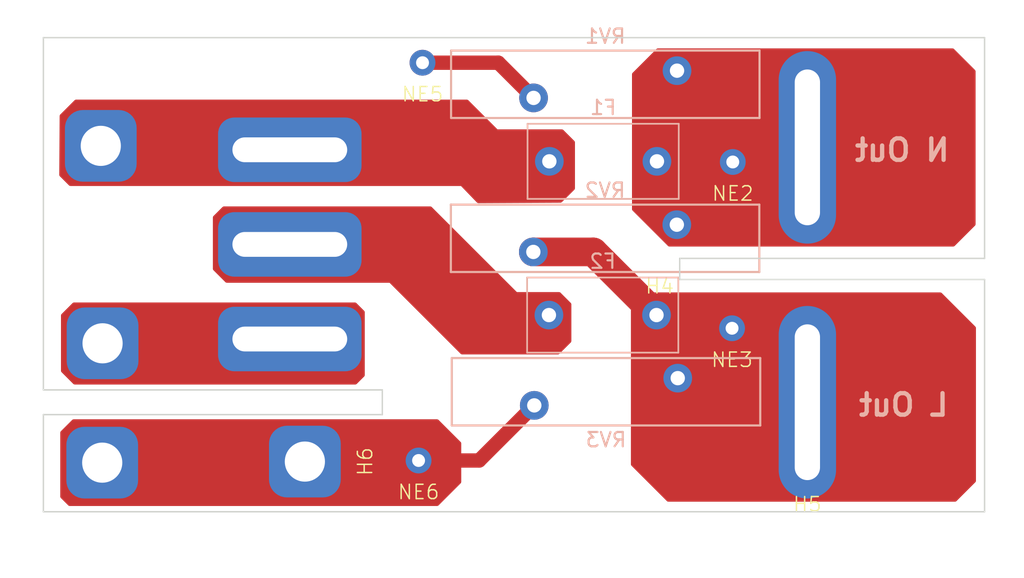
<source format=kicad_pcb>
(kicad_pcb (version 20221018) (generator pcbnew)
  (layers (0 "F.Cu" signal) (31 "B.Cu" signal) (34 "B.Paste" user) (35 "F.Paste" user) (36 "B.SilkS" user "B.Silkscreen") (37 "F.SilkS" user "F.Silkscreen") (38 "B.Mask" user) (39 "F.Mask" user) (44 "Edge.Cuts" user))
  (net 0 "")
  (net 1 "Net-(F1-Pad1)")
  (net 2 "Net-(SW1A-C)")
  (net 3 "Net-(F2-Pad1)")
  (net 4 "Net-(SW1A-B)")
  (net 5 "Net-(SW1A-A)")
  (net 6 "Earth")
  (net 7 "Net-(NE5-Pad1)")
  (footprint "Surge_Library:I_Hole" (layer "F.Cu") (at 39.225 70.275)
    (fp_text reference "H3")
    (fp_text value "E_in")
    (pad "1" thru_hole roundrect (at 0 -4.7) (size 5 5) (drill 2.8) (layers "*.Cu" "*.Mask") (net 6 "Earth"))
  )
  (footprint "Surge_Library:NEmount" (layer "F.Cu") (at 83.125 58.9)
    (fp_text reference "NE3" (at 0 -0.5 unlocked) (layer "F.SilkS") (effects (font (thickness 0.1))))
    (fp_text value "NE_L")
    (pad "1" thru_hole circle (at 0 -2.7) (size 1.8 1.8) (drill 0.9) (layers "*.Cu" "*.Mask") (net 3 "Net-(F2-Pad1)"))
  )
  (footprint "Surge_Library:L_Hole" (layer "F.Cu") (at 88.375 68.98)
    (fp_text reference "H5" (at 0 -0.5 unlocked) (layer "F.SilkS") (effects (font (thickness 0.1))))
    (fp_text value "L_out")
    (pad "1" thru_hole oval (at 0 -7.62) (size 4 13.432) (drill oval 1.762 10.867) (layers "*.Cu" "*.Mask") (net 3 "Net-(F2-Pad1)"))
  )
  (footprint "Surge_Library:Switch" (layer "F.Cu") (at 52.3 50.35 180)
    (fp_text reference "SW1" hide)
    (fp_text value "ResetSW_Neon" hide)
    (pad "1" thru_hole roundrect (at 0 -6.6 180) (size 10 4.5) (drill oval 8 1.732) (layers "*.Cu" "*.Mask") (net 5 "Net-(SW1A-A)"))
    (pad "2" thru_hole roundrect (at 0 0 180) (size 10 4.5) (drill oval 8 1.732) (layers "*.Cu" "*.Mask") (net 4 "Net-(SW1A-B)"))
    (pad "3" thru_hole roundrect (at 0 6.6 180) (size 10 4.5) (drill oval 8 1.732) (layers "*.Cu" "*.Mask") (net 2 "Net-(SW1A-C)"))
  )
  (footprint "Surge_Library:I_Hole" (layer "F.Cu") (at 39.25 61.95)
    (fp_text reference "H2")
    (fp_text value "L_in")
    (pad "1" thru_hole roundrect (at 0 -4.7) (size 5 5) (drill 2.8) (layers "*.Cu" "*.Mask") (net 5 "Net-(SW1A-A)"))
  )
  (footprint "Surge_Library:L_Hole" (layer "F.Cu") (at 88.375 51.2)
    (fp_text reference "H4" (at -10.295 2.08 unlocked) (layer "F.SilkS") (effects (font (thickness 0.1))))
    (fp_text value "N_out")
    (pad "1" thru_hole oval (at 0 -7.62) (size 4 13.432) (drill oval 1.762 10.867) (layers "*.Cu" "*.Mask") (net 1 "Net-(F1-Pad1)"))
  )
  (footprint "Surge_Library:NEmount" (layer "F.Cu") (at 61.275 68.125)
    (fp_text reference "NE6" (at 0 -0.5 unlocked) (layer "F.SilkS") (effects (font (thickness 0.1))))
    (fp_text value "E_E")
    (pad "1" thru_hole circle (at 0 -2.7) (size 1.8 1.8) (drill 0.9) (layers "*.Cu" "*.Mask") (net 6 "Earth"))
  )
  (footprint "Surge_Library:I_Hole" (layer "F.Cu") (at 58.05 65.5 90)
    (fp_text reference "H6" (at 0 -0.5 90 unlocked) (layer "F.SilkS") (effects (font (thickness 0.1))))
    (fp_text value "E_out")
    (pad "1" thru_hole roundrect (at 0 -4.7 90) (size 5 5) (drill 2.8) (layers "*.Cu" "*.Mask") (net 6 "Earth"))
  )
  (footprint "Surge_Library:NEmount" (layer "F.Cu") (at 61.55 40.375)
    (fp_text reference "NE5" (at 0 -0.5 unlocked) (layer "F.SilkS") (effects (font (thickness 0.1))))
    (fp_text value "E_MOV")
    (pad "1" thru_hole circle (at 0 -2.7) (size 1.8 1.8) (drill 0.9) (layers "*.Cu" "*.Mask") (net 7 "Net-(NE5-Pad1)"))
  )
  (footprint "Surge_Library:NEmount" (layer "F.Cu") (at 83.175 47.3)
    (fp_text reference "NE2" (at 0 -0.5 unlocked) (layer "F.SilkS") (effects (font (thickness 0.1))))
    (fp_text value "NE_N")
    (pad "1" thru_hole circle (at 0 -2.7) (size 1.8 1.8) (drill 0.9) (layers "*.Cu" "*.Mask") (net 1 "Net-(F1-Pad1)"))
  )
  (footprint "Surge_Library:I_Hole" (layer "F.Cu") (at 39.125 48.175)
    (fp_text reference "H1")
    (fp_text value "N_in")
    (pad "1" thru_hole roundrect (at 0 -4.7) (size 5 5) (drill 2.8) (layers "*.Cu" "*.Mask") (net 2 "Net-(SW1A-C)"))
  )
  (footprint "Varistor:RV_Disc_D21.5mm_W4.7mm_P10mm" (layer "B.Cu") (at 69.29 40.13)
    (fp_text reference "RV1" (at 5 -4.3) (layer "B.SilkS") (effects (justify mirror)))
    (fp_text value "471KD20J")
    (fp_line (start -5.75 -3.3) (end 15.75 -3.3) (stroke (width 0.15)) (layer "B.SilkS"))
    (fp_line (start -5.75 1.4) (end -5.75 -3.3) (stroke (width 0.15)) (layer "B.SilkS"))
    (fp_line (start -5.75 1.4) (end 15.75 1.4) (stroke (width 0.15)) (layer "B.SilkS"))
    (fp_line (start 15.75 1.4) (end 15.75 -3.3) (stroke (width 0.15)) (layer "B.SilkS"))
    (pad "1" thru_hole circle (at 0 0) (size 2 2) (drill 1) (layers "*.Cu" "*.Mask") (net 7 "Net-(NE5-Pad1)"))
    (pad "2" thru_hole circle (at 10 -1.9) (size 2 2) (drill 1) (layers "*.Cu" "*.Mask") (net 1 "Net-(F1-Pad1)"))
  )
  (footprint "Capacitor_THT:C_Rect_L10.3mm_W5.0mm_P7.50mm_MKS4" (layer "B.Cu") (at 77.86 55.28 180)
    (fp_text reference "F2" (at 3.75 3.75) (layer "B.SilkS") (effects (justify mirror)))
    (fp_text value "TCO 115C 20A 250V")
    (fp_line (start -1.52 -2.62) (end 9.02 -2.62) (stroke (width 0.12)) (layer "B.SilkS"))
    (fp_line (start -1.52 2.62) (end -1.52 -2.62) (stroke (width 0.12)) (layer "B.SilkS"))
    (fp_line (start -1.52 2.62) (end 9.02 2.62) (stroke (width 0.12)) (layer "B.SilkS"))
    (fp_line (start 9.02 2.62) (end 9.02 -2.62) (stroke (width 0.12)) (layer "B.SilkS"))
    (pad "1" thru_hole circle (at 0 0 180) (size 2 2) (drill 1) (layers "*.Cu" "*.Mask") (net 3 "Net-(F2-Pad1)"))
    (pad "2" thru_hole circle (at 7.5 0 180) (size 2 2) (drill 1) (layers "*.Cu" "*.Mask") (net 4 "Net-(SW1A-B)"))
  )
  (footprint "Varistor:RV_Disc_D21.5mm_W4.7mm_P10mm" (layer "B.Cu") (at 79.34 59.68 180)
    (fp_text reference "RV3" (at 5 -4.3) (layer "B.SilkS") (effects (justify mirror)))
    (fp_text value "471KD20J")
    (fp_line (start -5.75 -3.3) (end 15.75 -3.3) (stroke (width 0.15)) (layer "B.SilkS"))
    (fp_line (start -5.75 1.4) (end -5.75 -3.3) (stroke (width 0.15)) (layer "B.SilkS"))
    (fp_line (start -5.75 1.4) (end 15.75 1.4) (stroke (width 0.15)) (layer "B.SilkS"))
    (fp_line (start 15.75 1.4) (end 15.75 -3.3) (stroke (width 0.15)) (layer "B.SilkS"))
    (pad "1" thru_hole circle (at 0 0 180) (size 2 2) (drill 1) (layers "*.Cu" "*.Mask") (net 3 "Net-(F2-Pad1)"))
    (pad "2" thru_hole circle (at 10 -1.9 180) (size 2 2) (drill 1) (layers "*.Cu" "*.Mask") (net 6 "Earth"))
  )
  (footprint "Capacitor_THT:C_Rect_L10.3mm_W5.0mm_P7.50mm_MKS4" (layer "B.Cu") (at 77.89 44.555 180)
    (fp_text reference "F1" (at 3.75 3.75) (layer "B.SilkS") (effects (justify mirror)))
    (fp_text value "TCO 115C 20A 250V")
    (fp_line (start -1.52 -2.62) (end 9.02 -2.62) (stroke (width 0.12)) (layer "B.SilkS"))
    (fp_line (start -1.52 2.62) (end -1.52 -2.62) (stroke (width 0.12)) (layer "B.SilkS"))
    (fp_line (start -1.52 2.62) (end 9.02 2.62) (stroke (width 0.12)) (layer "B.SilkS"))
    (fp_line (start 9.02 2.62) (end 9.02 -2.62) (stroke (width 0.12)) (layer "B.SilkS"))
    (pad "1" thru_hole circle (at 0 0 180) (size 2 2) (drill 1) (layers "*.Cu" "*.Mask") (net 1 "Net-(F1-Pad1)"))
    (pad "2" thru_hole circle (at 7.5 0 180) (size 2 2) (drill 1) (layers "*.Cu" "*.Mask") (net 2 "Net-(SW1A-C)"))
  )
  (footprint "Varistor:RV_Disc_D21.5mm_W4.7mm_P10mm" (layer "B.Cu") (at 69.275 50.875)
    (fp_text reference "RV2" (at 5 -4.3) (layer "B.SilkS") (effects (justify mirror)))
    (fp_text value "471KD20J")
    (fp_line (start -5.75 -3.3) (end 15.75 -3.3) (stroke (width 0.15)) (layer "B.SilkS"))
    (fp_line (start -5.75 1.4) (end -5.75 -3.3) (stroke (width 0.15)) (layer "B.SilkS"))
    (fp_line (start -5.75 1.4) (end 15.75 1.4) (stroke (width 0.15)) (layer "B.SilkS"))
    (fp_line (start 15.75 1.4) (end 15.75 -3.3) (stroke (width 0.15)) (layer "B.SilkS"))
    (pad "1" thru_hole circle (at 0 0) (size 2 2) (drill 1) (layers "*.Cu" "*.Mask") (net 3 "Net-(F2-Pad1)"))
    (pad "2" thru_hole circle (at 10 -1.9) (size 2 2) (drill 1) (layers "*.Cu" "*.Mask") (net 1 "Net-(F1-Pad1)"))
  )
  (gr_line (start 35.125 35.925) (end 35.125 60.5) (stroke (width 0.1)) (layer "Edge.Cuts"))
  (gr_line (start 100.725 51.325) (end 100.725 35.925) (stroke (width 0.1)) (layer "Edge.Cuts"))
  (gr_line (start 35.125 62.225) (end 35.125 69) (stroke (width 0.1)) (layer "Edge.Cuts"))
  (gr_line (start 100.725 35.925) (end 35.125 35.925) (stroke (width 0.1)) (layer "Edge.Cuts"))
  (gr_line (start 58.75 62.225) (end 35.125 62.225) (stroke (width 0.1)) (layer "Edge.Cuts"))
  (gr_line (start 100.725 52.8) (end 79.475 52.8) (stroke (width 0.1)) (layer "Edge.Cuts"))
  (gr_line (start 79.475 52.8) (end 79.475 51.325) (stroke (width 0.1)) (layer "Edge.Cuts"))
  (gr_line (start 35.125 69) (end 100.725 69) (stroke (width 0.1)) (layer "Edge.Cuts"))
  (gr_line (start 58.75 60.5) (end 58.75 62.225) (stroke (width 0.1)) (layer "Edge.Cuts"))
  (gr_line (start 79.475 51.325) (end 100.725 51.325) (stroke (width 0.1)) (layer "Edge.Cuts"))
  (gr_line (start 100.725 69) (end 100.725 52.8) (stroke (width 0.1)) (layer "Edge.Cuts"))
  (gr_line (start 35.125 60.5) (end 58.75 60.5) (stroke (width 0.1)) (layer "Edge.Cuts"))
  (gr_text "L Out" (at 98.35 62.425) (layer "B.SilkS") (effects (font (size 1.5 1.5) (thickness 0.3) bold) (justify left bottom mirror)))
  (gr_text "N Out" (at 98.425 44.65) (layer "B.SilkS") (effects (font (size 1.5 1.5) (thickness 0.3) bold) (justify left bottom mirror)))
  (segment (start 73.455 50.875) (end 77.86 55.28) (width 2) (layer "F.Cu") (net 3))
  (segment (start 69.275 50.875) (end 73.455 50.875) (width 2) (layer "F.Cu") (net 3))
  (segment (start 61.275 65.425) (end 65.495 65.425) (width 1) (layer "F.Cu") (net 6))
  (segment (start 65.495 65.425) (end 69.34 61.58) (width 1) (layer "F.Cu") (net 6))
  (segment (start 66.835 37.675) (end 69.29 40.13) (width 1) (layer "F.Cu") (net 7))
  (segment (start 61.55 37.675) (end 66.835 37.675) (width 1) (layer "F.Cu") (net 7))
  (zone (net 6) (net_name "Earth") (layer "F.Cu") (priority 2) (connect_pads yes (clearance 0.5)) (min_thickness 0.25) (fill yes (thermal_gap 0.5) (thermal_bridge_width 0.5))
    (polygon (pts (xy 37.175 62.55) (xy 36.3 63.425) (xy 36.3 68) (xy 36.9 68.6) (xy 62.625 68.6) (xy 64.25 66.975) (xy 64.25 64.175) (xy 62.625 62.55)))
  )
  (zone (net 1) (net_name "Net-(F1-Pad1)") (layer "F.Cu") (priority 3) (connect_pads yes (clearance 0.5)) (min_thickness 0.25) (fill yes (thermal_gap 0.5) (thermal_bridge_width 0.5) (island_removal_mode 1) (island_area_min 10))
    (polygon (pts (xy 77.9 36.675) (xy 76.15 38.425) (xy 76.15 47.95) (xy 78.7 50.5) (xy 98.6 50.5) (xy 100.1 49) (xy 100.1 38.225) (xy 98.55 36.675)))
  )
  (zone (net 4) (net_name "Net-(SW1A-B)") (layer "F.Cu") (priority 1) (connect_pads yes (clearance 0.5)) (min_thickness 0.25) (fill yes (thermal_gap 0.5) (thermal_bridge_width 0.5))
    (polygon (pts (xy 47.65 47.7) (xy 46.9375 48.4125) (xy 46.9375 52.1125) (xy 47.85 53.025) (xy 59.25 53.025) (xy 60.15 53.925) (xy 60.15 53.925) (xy 64.25 58.025) (xy 71.05 58.025) (xy 71.925 57.15) (xy 71.925 54.475) (xy 71.125 53.675) (xy 68.125 53.675) (xy 65.925 51.475) (xy 65.925 51.475) (xy 62.15 47.7)))
  )
  (zone (net 3) (net_name "Net-(F2-Pad1)") (layer "F.Cu") (priority 3) (connect_pads yes (clearance 0.5)) (min_thickness 0.25) (fill yes (thermal_gap 0.5) (thermal_bridge_width 0.5) (island_removal_mode 1) (island_area_min 10))
    (polygon (pts (xy 77.2 53.7) (xy 76.075 54.825) (xy 76.075 65.75) (xy 78.625 68.3) (xy 98.725 68.3) (xy 100.125 66.9) (xy 100.125 56.125) (xy 97.7 53.7)))
  )
  (zone (net 5) (net_name "Net-(SW1A-A)") (layer "F.Cu") (priority 2) (connect_pads yes (clearance 0.5)) (min_thickness 0.25) (fill yes (thermal_gap 0.5) (thermal_bridge_width 0.5))
    (polygon (pts (xy 37.2 54.4) (xy 36.35 55.25) (xy 36.35 59.225) (xy 37.25 60.125) (xy 56.925 60.125) (xy 57.525 59.525) (xy 57.525 55.025) (xy 56.9 54.4)))
  )
  (zone (net 2) (net_name "Net-(SW1A-C)") (layer "F.Cu") (connect_pads yes (clearance 0.5)) (min_thickness 0.25) (fill yes (thermal_gap 0.5) (thermal_bridge_width 0.5) (island_removal_mode 1) (island_area_min 10))
    (polygon (pts (xy 37.339724 40.25) (xy 36.257349 41.332375) (xy 36.229232 45.554232) (xy 36.95 46.275) (xy 64.230147 46.275) (xy 65.383059 47.469874) (xy 71.223364 47.440049) (xy 72.175 46.495326) (xy 72.175 43.175) (xy 71.325 42.325) (xy 66.77512 42.325) (xy 64.70012 40.25)))
  )
)
</source>
